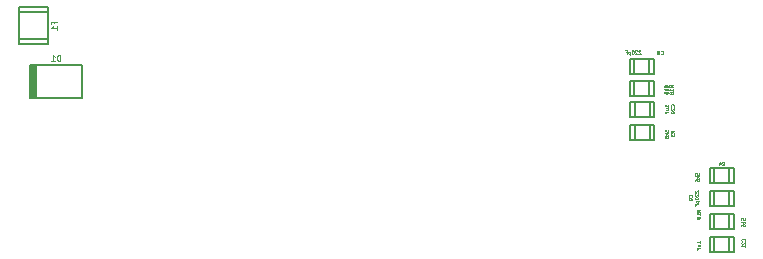
<source format=gbo>
G04 (created by PCBNEW (2013-08-20 BZR 4294)-product) date 9/16/2013 9:24:49 PM*
%MOIN*%
G04 Gerber Fmt 3.4, Leading zero omitted, Abs format*
%FSLAX34Y34*%
G01*
G70*
G90*
G04 APERTURE LIST*
%ADD10C,0.001000*%
%ADD11C,0.005000*%
%ADD12C,0.002400*%
%ADD13C,0.004700*%
G04 APERTURE END LIST*
G54D10*
G54D11*
X85885Y-60334D02*
X85885Y-60834D01*
X86385Y-60334D02*
X86385Y-60824D01*
X86535Y-60334D02*
X85735Y-60334D01*
X85735Y-60334D02*
X85735Y-60834D01*
X85735Y-60834D02*
X86535Y-60834D01*
X86535Y-60834D02*
X86535Y-60334D01*
X88537Y-61750D02*
X88537Y-62250D01*
X89037Y-61750D02*
X89037Y-62240D01*
X89187Y-61750D02*
X88387Y-61750D01*
X88387Y-61750D02*
X88387Y-62250D01*
X88387Y-62250D02*
X89187Y-62250D01*
X89187Y-62250D02*
X89187Y-61750D01*
X86377Y-58602D02*
X86377Y-58102D01*
X85877Y-58602D02*
X85877Y-58112D01*
X85727Y-58602D02*
X86527Y-58602D01*
X86527Y-58602D02*
X86527Y-58102D01*
X86527Y-58102D02*
X85727Y-58102D01*
X85727Y-58102D02*
X85727Y-58602D01*
X89029Y-63013D02*
X89029Y-62513D01*
X88529Y-63013D02*
X88529Y-62523D01*
X88379Y-63013D02*
X89179Y-63013D01*
X89179Y-63013D02*
X89179Y-62513D01*
X89179Y-62513D02*
X88379Y-62513D01*
X88379Y-62513D02*
X88379Y-63013D01*
X85889Y-59555D02*
X85889Y-60055D01*
X86389Y-59555D02*
X86389Y-60045D01*
X86539Y-59555D02*
X85739Y-59555D01*
X85739Y-59555D02*
X85739Y-60055D01*
X85739Y-60055D02*
X86539Y-60055D01*
X86539Y-60055D02*
X86539Y-59555D01*
X88537Y-64053D02*
X88537Y-64553D01*
X89037Y-64053D02*
X89037Y-64543D01*
X89187Y-64053D02*
X88387Y-64053D01*
X88387Y-64053D02*
X88387Y-64553D01*
X88387Y-64553D02*
X89187Y-64553D01*
X89187Y-64553D02*
X89187Y-64053D01*
X65771Y-59421D02*
X65771Y-58319D01*
X65811Y-58319D02*
X65811Y-59421D01*
X65850Y-59421D02*
X65850Y-58319D01*
X65889Y-58319D02*
X65889Y-59421D01*
X65929Y-58319D02*
X65929Y-59421D01*
X65732Y-58319D02*
X67464Y-58319D01*
X67464Y-58319D02*
X67464Y-59421D01*
X67464Y-59421D02*
X65732Y-59421D01*
X65732Y-59421D02*
X65732Y-58319D01*
X66340Y-57630D02*
X65360Y-57630D01*
X65360Y-56370D02*
X66340Y-56370D01*
X66340Y-56550D02*
X65360Y-56550D01*
X65360Y-57450D02*
X66340Y-57450D01*
X65360Y-57630D02*
X65360Y-56370D01*
X66340Y-56370D02*
X66340Y-57630D01*
X86377Y-59354D02*
X86377Y-58854D01*
X85877Y-59354D02*
X85877Y-58864D01*
X85727Y-59354D02*
X86527Y-59354D01*
X86527Y-59354D02*
X86527Y-58854D01*
X86527Y-58854D02*
X85727Y-58854D01*
X85727Y-58854D02*
X85727Y-59354D01*
X89037Y-63781D02*
X89037Y-63281D01*
X88537Y-63781D02*
X88537Y-63291D01*
X88387Y-63781D02*
X89187Y-63781D01*
X89187Y-63781D02*
X89187Y-63281D01*
X89187Y-63281D02*
X88387Y-63281D01*
X88387Y-63281D02*
X88387Y-63781D01*
G54D12*
X87199Y-60570D02*
X87142Y-60531D01*
X87199Y-60503D02*
X87081Y-60503D01*
X87081Y-60548D01*
X87086Y-60559D01*
X87092Y-60565D01*
X87103Y-60570D01*
X87120Y-60570D01*
X87131Y-60565D01*
X87137Y-60559D01*
X87142Y-60548D01*
X87142Y-60503D01*
X87081Y-60610D02*
X87081Y-60683D01*
X87126Y-60643D01*
X87126Y-60660D01*
X87131Y-60672D01*
X87137Y-60677D01*
X87148Y-60683D01*
X87176Y-60683D01*
X87187Y-60677D01*
X87193Y-60672D01*
X87199Y-60660D01*
X87199Y-60627D01*
X87193Y-60615D01*
X87187Y-60610D01*
X86884Y-60534D02*
X86884Y-60478D01*
X86940Y-60472D01*
X86934Y-60478D01*
X86929Y-60489D01*
X86929Y-60517D01*
X86934Y-60528D01*
X86940Y-60534D01*
X86951Y-60539D01*
X86979Y-60539D01*
X86990Y-60534D01*
X86996Y-60528D01*
X87002Y-60517D01*
X87002Y-60489D01*
X86996Y-60478D01*
X86990Y-60472D01*
X87002Y-60590D02*
X86884Y-60590D01*
X86957Y-60601D02*
X87002Y-60635D01*
X86923Y-60635D02*
X86968Y-60590D01*
X86884Y-60736D02*
X86884Y-60714D01*
X86889Y-60702D01*
X86895Y-60697D01*
X86912Y-60686D01*
X86934Y-60680D01*
X86979Y-60680D01*
X86990Y-60686D01*
X86996Y-60691D01*
X87002Y-60702D01*
X87002Y-60725D01*
X86996Y-60736D01*
X86990Y-60742D01*
X86979Y-60747D01*
X86951Y-60747D01*
X86940Y-60742D01*
X86934Y-60736D01*
X86929Y-60725D01*
X86929Y-60702D01*
X86934Y-60691D01*
X86940Y-60686D01*
X86951Y-60680D01*
X88807Y-61663D02*
X88846Y-61607D01*
X88874Y-61663D02*
X88874Y-61545D01*
X88829Y-61545D01*
X88818Y-61551D01*
X88812Y-61556D01*
X88807Y-61567D01*
X88807Y-61584D01*
X88812Y-61595D01*
X88818Y-61601D01*
X88829Y-61607D01*
X88874Y-61607D01*
X88705Y-61584D02*
X88705Y-61663D01*
X88734Y-61539D02*
X88762Y-61624D01*
X88689Y-61624D01*
X87907Y-61971D02*
X87907Y-61915D01*
X87964Y-61909D01*
X87958Y-61915D01*
X87952Y-61926D01*
X87952Y-61954D01*
X87958Y-61965D01*
X87964Y-61971D01*
X87975Y-61977D01*
X88003Y-61977D01*
X88014Y-61971D01*
X88020Y-61965D01*
X88025Y-61954D01*
X88025Y-61926D01*
X88020Y-61915D01*
X88014Y-61909D01*
X88025Y-62027D02*
X87907Y-62027D01*
X87980Y-62038D02*
X88025Y-62072D01*
X87947Y-62072D02*
X87992Y-62027D01*
X87907Y-62173D02*
X87907Y-62151D01*
X87913Y-62139D01*
X87919Y-62134D01*
X87935Y-62123D01*
X87958Y-62117D01*
X88003Y-62117D01*
X88014Y-62123D01*
X88020Y-62128D01*
X88025Y-62139D01*
X88025Y-62162D01*
X88020Y-62173D01*
X88014Y-62179D01*
X88003Y-62184D01*
X87975Y-62184D01*
X87964Y-62179D01*
X87958Y-62173D01*
X87952Y-62162D01*
X87952Y-62139D01*
X87958Y-62128D01*
X87964Y-62123D01*
X87975Y-62117D01*
X86751Y-57955D02*
X86757Y-57961D01*
X86774Y-57966D01*
X86785Y-57966D01*
X86802Y-57961D01*
X86813Y-57949D01*
X86819Y-57938D01*
X86824Y-57916D01*
X86824Y-57899D01*
X86819Y-57876D01*
X86813Y-57865D01*
X86802Y-57854D01*
X86785Y-57848D01*
X86774Y-57848D01*
X86757Y-57854D01*
X86751Y-57860D01*
X86684Y-57899D02*
X86695Y-57893D01*
X86701Y-57888D01*
X86706Y-57876D01*
X86706Y-57871D01*
X86701Y-57860D01*
X86695Y-57854D01*
X86684Y-57848D01*
X86662Y-57848D01*
X86650Y-57854D01*
X86645Y-57860D01*
X86639Y-57871D01*
X86639Y-57876D01*
X86645Y-57888D01*
X86650Y-57893D01*
X86662Y-57899D01*
X86684Y-57899D01*
X86695Y-57904D01*
X86701Y-57910D01*
X86706Y-57921D01*
X86706Y-57944D01*
X86701Y-57955D01*
X86695Y-57961D01*
X86684Y-57966D01*
X86662Y-57966D01*
X86650Y-57961D01*
X86645Y-57955D01*
X86639Y-57944D01*
X86639Y-57921D01*
X86645Y-57910D01*
X86650Y-57904D01*
X86662Y-57899D01*
X86076Y-57840D02*
X86071Y-57834D01*
X86059Y-57829D01*
X86031Y-57829D01*
X86020Y-57834D01*
X86015Y-57840D01*
X86009Y-57851D01*
X86009Y-57862D01*
X86015Y-57879D01*
X86082Y-57947D01*
X86009Y-57947D01*
X85964Y-57840D02*
X85958Y-57834D01*
X85947Y-57829D01*
X85919Y-57829D01*
X85908Y-57834D01*
X85902Y-57840D01*
X85897Y-57851D01*
X85897Y-57862D01*
X85902Y-57879D01*
X85970Y-57947D01*
X85897Y-57947D01*
X85823Y-57829D02*
X85812Y-57829D01*
X85801Y-57834D01*
X85795Y-57840D01*
X85790Y-57851D01*
X85784Y-57874D01*
X85784Y-57902D01*
X85790Y-57924D01*
X85795Y-57935D01*
X85801Y-57941D01*
X85812Y-57947D01*
X85823Y-57947D01*
X85835Y-57941D01*
X85840Y-57935D01*
X85846Y-57924D01*
X85852Y-57902D01*
X85852Y-57874D01*
X85846Y-57851D01*
X85840Y-57840D01*
X85835Y-57834D01*
X85823Y-57829D01*
X85734Y-57868D02*
X85734Y-57986D01*
X85734Y-57874D02*
X85722Y-57868D01*
X85700Y-57868D01*
X85689Y-57874D01*
X85683Y-57879D01*
X85677Y-57890D01*
X85677Y-57924D01*
X85683Y-57935D01*
X85689Y-57941D01*
X85700Y-57947D01*
X85722Y-57947D01*
X85734Y-57941D01*
X85587Y-57885D02*
X85627Y-57885D01*
X85627Y-57947D02*
X85627Y-57829D01*
X85571Y-57829D01*
X87798Y-62716D02*
X87803Y-62710D01*
X87809Y-62694D01*
X87809Y-62682D01*
X87803Y-62665D01*
X87792Y-62654D01*
X87781Y-62649D01*
X87758Y-62643D01*
X87741Y-62643D01*
X87719Y-62649D01*
X87708Y-62654D01*
X87696Y-62665D01*
X87691Y-62682D01*
X87691Y-62694D01*
X87696Y-62710D01*
X87702Y-62716D01*
X87809Y-62772D02*
X87809Y-62795D01*
X87803Y-62806D01*
X87798Y-62812D01*
X87781Y-62823D01*
X87758Y-62828D01*
X87713Y-62828D01*
X87702Y-62823D01*
X87696Y-62817D01*
X87691Y-62806D01*
X87691Y-62783D01*
X87696Y-62772D01*
X87702Y-62767D01*
X87713Y-62761D01*
X87741Y-62761D01*
X87753Y-62767D01*
X87758Y-62772D01*
X87764Y-62783D01*
X87764Y-62806D01*
X87758Y-62817D01*
X87753Y-62823D01*
X87741Y-62828D01*
X87899Y-62505D02*
X87893Y-62511D01*
X87888Y-62522D01*
X87888Y-62550D01*
X87893Y-62562D01*
X87899Y-62567D01*
X87910Y-62573D01*
X87921Y-62573D01*
X87938Y-62567D01*
X88006Y-62500D01*
X88006Y-62573D01*
X87899Y-62618D02*
X87893Y-62623D01*
X87888Y-62635D01*
X87888Y-62663D01*
X87893Y-62674D01*
X87899Y-62680D01*
X87910Y-62685D01*
X87921Y-62685D01*
X87938Y-62680D01*
X88006Y-62612D01*
X88006Y-62685D01*
X87888Y-62758D02*
X87888Y-62769D01*
X87893Y-62781D01*
X87899Y-62786D01*
X87910Y-62792D01*
X87933Y-62798D01*
X87961Y-62798D01*
X87983Y-62792D01*
X87994Y-62786D01*
X88000Y-62781D01*
X88006Y-62769D01*
X88006Y-62758D01*
X88000Y-62747D01*
X87994Y-62741D01*
X87983Y-62736D01*
X87961Y-62730D01*
X87933Y-62730D01*
X87910Y-62736D01*
X87899Y-62741D01*
X87893Y-62747D01*
X87888Y-62758D01*
X87927Y-62848D02*
X88045Y-62848D01*
X87933Y-62848D02*
X87927Y-62859D01*
X87927Y-62882D01*
X87933Y-62893D01*
X87938Y-62899D01*
X87949Y-62904D01*
X87983Y-62904D01*
X87994Y-62899D01*
X88000Y-62893D01*
X88006Y-62882D01*
X88006Y-62859D01*
X88000Y-62848D01*
X87944Y-62994D02*
X87944Y-62955D01*
X88006Y-62955D02*
X87888Y-62955D01*
X87888Y-63011D01*
X87187Y-59707D02*
X87193Y-59701D01*
X87199Y-59685D01*
X87199Y-59673D01*
X87193Y-59657D01*
X87182Y-59645D01*
X87170Y-59640D01*
X87148Y-59634D01*
X87131Y-59634D01*
X87109Y-59640D01*
X87097Y-59645D01*
X87086Y-59657D01*
X87081Y-59673D01*
X87081Y-59685D01*
X87086Y-59701D01*
X87092Y-59707D01*
X87092Y-59752D02*
X87086Y-59758D01*
X87081Y-59769D01*
X87081Y-59797D01*
X87086Y-59808D01*
X87092Y-59814D01*
X87103Y-59819D01*
X87114Y-59819D01*
X87131Y-59814D01*
X87199Y-59746D01*
X87199Y-59819D01*
X87081Y-59893D02*
X87081Y-59904D01*
X87086Y-59915D01*
X87092Y-59921D01*
X87103Y-59926D01*
X87126Y-59932D01*
X87154Y-59932D01*
X87176Y-59926D01*
X87187Y-59921D01*
X87193Y-59915D01*
X87199Y-59904D01*
X87199Y-59893D01*
X87193Y-59881D01*
X87187Y-59876D01*
X87176Y-59870D01*
X87154Y-59864D01*
X87126Y-59864D01*
X87103Y-59870D01*
X87092Y-59876D01*
X87086Y-59881D01*
X87081Y-59893D01*
X87002Y-59713D02*
X87002Y-59645D01*
X87002Y-59679D02*
X86884Y-59679D01*
X86901Y-59668D01*
X86912Y-59657D01*
X86917Y-59645D01*
X86923Y-59814D02*
X87002Y-59814D01*
X86923Y-59763D02*
X86985Y-59763D01*
X86996Y-59769D01*
X87002Y-59780D01*
X87002Y-59797D01*
X86996Y-59808D01*
X86990Y-59814D01*
X86940Y-59909D02*
X86940Y-59870D01*
X87002Y-59870D02*
X86884Y-59870D01*
X86884Y-59926D01*
X89550Y-64176D02*
X89555Y-64170D01*
X89561Y-64153D01*
X89561Y-64142D01*
X89555Y-64125D01*
X89544Y-64114D01*
X89533Y-64108D01*
X89510Y-64103D01*
X89493Y-64103D01*
X89471Y-64108D01*
X89460Y-64114D01*
X89448Y-64125D01*
X89443Y-64142D01*
X89443Y-64153D01*
X89448Y-64170D01*
X89454Y-64176D01*
X89454Y-64221D02*
X89448Y-64226D01*
X89443Y-64237D01*
X89443Y-64266D01*
X89448Y-64277D01*
X89454Y-64282D01*
X89465Y-64288D01*
X89476Y-64288D01*
X89493Y-64282D01*
X89561Y-64215D01*
X89561Y-64288D01*
X89561Y-64400D02*
X89561Y-64333D01*
X89561Y-64367D02*
X89443Y-64367D01*
X89460Y-64355D01*
X89471Y-64344D01*
X89476Y-64333D01*
X88065Y-64260D02*
X88065Y-64193D01*
X88065Y-64226D02*
X87947Y-64226D01*
X87964Y-64215D01*
X87975Y-64204D01*
X87980Y-64193D01*
X87986Y-64361D02*
X88065Y-64361D01*
X87986Y-64311D02*
X88048Y-64311D01*
X88059Y-64316D01*
X88065Y-64327D01*
X88065Y-64344D01*
X88059Y-64355D01*
X88053Y-64361D01*
X88003Y-64457D02*
X88003Y-64417D01*
X88065Y-64417D02*
X87947Y-64417D01*
X87947Y-64473D01*
G54D13*
X66743Y-58184D02*
X66743Y-57987D01*
X66696Y-57987D01*
X66668Y-57996D01*
X66650Y-58015D01*
X66640Y-58034D01*
X66631Y-58071D01*
X66631Y-58099D01*
X66640Y-58137D01*
X66650Y-58156D01*
X66668Y-58174D01*
X66696Y-58184D01*
X66743Y-58184D01*
X66443Y-58184D02*
X66556Y-58184D01*
X66499Y-58184D02*
X66499Y-57987D01*
X66518Y-58015D01*
X66537Y-58034D01*
X66556Y-58043D01*
X66526Y-56934D02*
X66526Y-56868D01*
X66629Y-56868D02*
X66432Y-56868D01*
X66432Y-56962D01*
X66629Y-57140D02*
X66629Y-57028D01*
X66629Y-57084D02*
X66432Y-57084D01*
X66460Y-57065D01*
X66479Y-57046D01*
X66488Y-57028D01*
G54D12*
X87159Y-59058D02*
X87103Y-59018D01*
X87159Y-58990D02*
X87041Y-58990D01*
X87041Y-59035D01*
X87047Y-59046D01*
X87052Y-59052D01*
X87064Y-59058D01*
X87081Y-59058D01*
X87092Y-59052D01*
X87097Y-59046D01*
X87103Y-59035D01*
X87103Y-58990D01*
X87159Y-59170D02*
X87159Y-59102D01*
X87159Y-59136D02*
X87041Y-59136D01*
X87058Y-59125D01*
X87069Y-59114D01*
X87075Y-59102D01*
X87092Y-59237D02*
X87086Y-59226D01*
X87081Y-59220D01*
X87069Y-59215D01*
X87064Y-59215D01*
X87052Y-59220D01*
X87047Y-59226D01*
X87041Y-59237D01*
X87041Y-59260D01*
X87047Y-59271D01*
X87052Y-59277D01*
X87064Y-59282D01*
X87069Y-59282D01*
X87081Y-59277D01*
X87086Y-59271D01*
X87092Y-59260D01*
X87092Y-59237D01*
X87097Y-59226D01*
X87103Y-59220D01*
X87114Y-59215D01*
X87137Y-59215D01*
X87148Y-59220D01*
X87154Y-59226D01*
X87159Y-59237D01*
X87159Y-59260D01*
X87154Y-59271D01*
X87148Y-59277D01*
X87137Y-59282D01*
X87114Y-59282D01*
X87103Y-59277D01*
X87097Y-59271D01*
X87092Y-59260D01*
X86864Y-59058D02*
X86864Y-59001D01*
X86920Y-58996D01*
X86915Y-59001D01*
X86909Y-59013D01*
X86909Y-59041D01*
X86915Y-59052D01*
X86920Y-59058D01*
X86931Y-59063D01*
X86960Y-59063D01*
X86971Y-59058D01*
X86976Y-59052D01*
X86982Y-59041D01*
X86982Y-59013D01*
X86976Y-59001D01*
X86971Y-58996D01*
X86982Y-59114D02*
X86864Y-59114D01*
X86937Y-59125D02*
X86982Y-59159D01*
X86903Y-59159D02*
X86948Y-59114D01*
X86864Y-59260D02*
X86864Y-59237D01*
X86870Y-59226D01*
X86875Y-59220D01*
X86892Y-59209D01*
X86915Y-59204D01*
X86960Y-59204D01*
X86971Y-59209D01*
X86976Y-59215D01*
X86982Y-59226D01*
X86982Y-59249D01*
X86976Y-59260D01*
X86971Y-59265D01*
X86960Y-59271D01*
X86931Y-59271D01*
X86920Y-59265D01*
X86915Y-59260D01*
X86909Y-59249D01*
X86909Y-59226D01*
X86915Y-59215D01*
X86920Y-59209D01*
X86931Y-59204D01*
X88065Y-63211D02*
X88009Y-63172D01*
X88065Y-63144D02*
X87947Y-63144D01*
X87947Y-63189D01*
X87952Y-63200D01*
X87958Y-63205D01*
X87969Y-63211D01*
X87986Y-63211D01*
X87997Y-63205D01*
X88003Y-63200D01*
X88009Y-63189D01*
X88009Y-63144D01*
X88065Y-63323D02*
X88065Y-63256D01*
X88065Y-63290D02*
X87947Y-63290D01*
X87964Y-63278D01*
X87975Y-63267D01*
X87980Y-63256D01*
X88065Y-63380D02*
X88065Y-63402D01*
X88059Y-63413D01*
X88053Y-63419D01*
X88037Y-63430D01*
X88014Y-63436D01*
X87969Y-63436D01*
X87958Y-63430D01*
X87952Y-63425D01*
X87947Y-63413D01*
X87947Y-63391D01*
X87952Y-63380D01*
X87958Y-63374D01*
X87969Y-63368D01*
X87997Y-63368D01*
X88009Y-63374D01*
X88014Y-63380D01*
X88020Y-63391D01*
X88020Y-63413D01*
X88014Y-63425D01*
X88009Y-63430D01*
X87997Y-63436D01*
X89443Y-63487D02*
X89443Y-63430D01*
X89499Y-63425D01*
X89493Y-63430D01*
X89488Y-63442D01*
X89488Y-63470D01*
X89493Y-63481D01*
X89499Y-63487D01*
X89510Y-63492D01*
X89538Y-63492D01*
X89550Y-63487D01*
X89555Y-63481D01*
X89561Y-63470D01*
X89561Y-63442D01*
X89555Y-63430D01*
X89550Y-63425D01*
X89561Y-63543D02*
X89443Y-63543D01*
X89516Y-63554D02*
X89561Y-63588D01*
X89482Y-63588D02*
X89527Y-63543D01*
X89443Y-63689D02*
X89443Y-63666D01*
X89448Y-63655D01*
X89454Y-63650D01*
X89471Y-63638D01*
X89493Y-63633D01*
X89538Y-63633D01*
X89550Y-63638D01*
X89555Y-63644D01*
X89561Y-63655D01*
X89561Y-63678D01*
X89555Y-63689D01*
X89550Y-63695D01*
X89538Y-63700D01*
X89510Y-63700D01*
X89499Y-63695D01*
X89493Y-63689D01*
X89488Y-63678D01*
X89488Y-63655D01*
X89493Y-63644D01*
X89499Y-63638D01*
X89510Y-63633D01*
M02*

</source>
